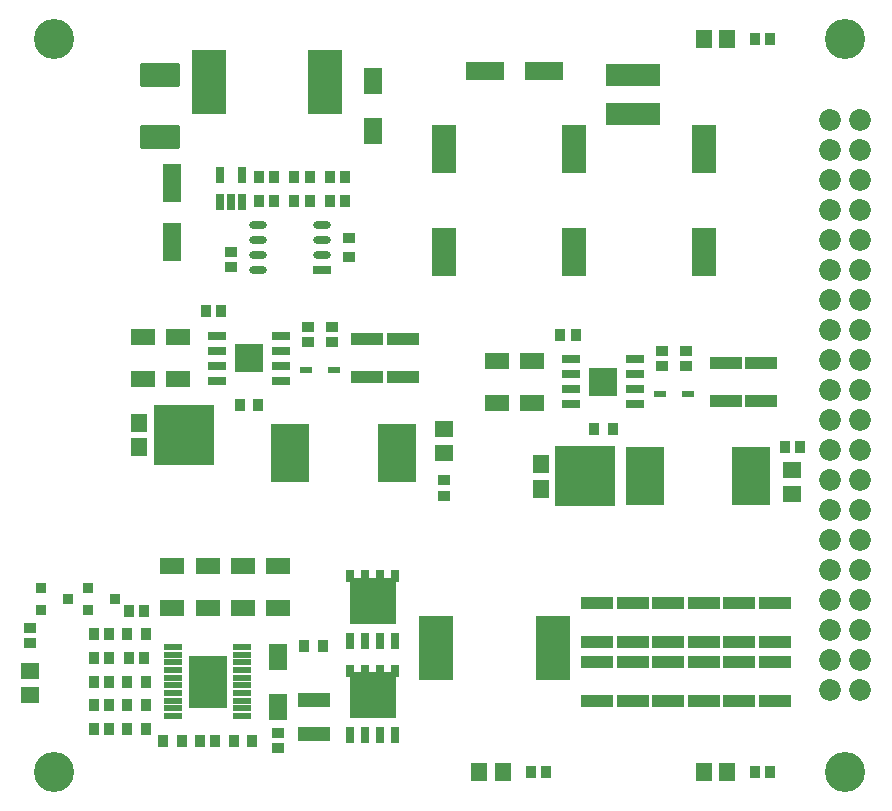
<source format=gts>
G04*
G04 #@! TF.GenerationSoftware,Altium Limited,Altium Designer,24.6.1 (21)*
G04*
G04 Layer_Color=8388736*
%FSLAX44Y44*%
%MOMM*%
G71*
G04*
G04 #@! TF.SameCoordinates,FB7BF447-59A1-4C30-B96A-EE808B7AA342*
G04*
G04*
G04 #@! TF.FilePolarity,Negative*
G04*
G01*
G75*
%ADD19R,3.1750X4.9530*%
%ADD46R,1.5500X2.1700*%
%ADD47R,5.0500X5.0500*%
%ADD48R,1.4500X1.6500*%
%ADD49R,1.0900X0.5100*%
%ADD50R,0.8500X1.0000*%
%ADD51R,2.8500X5.4500*%
%ADD52R,2.9500X5.4500*%
%ADD53O,1.5000X0.6500*%
%ADD54R,1.5000X0.6500*%
%ADD55R,3.2000X4.4000*%
%ADD56R,1.5000X0.5000*%
%ADD57R,0.9500X1.1000*%
%ADD58R,1.0000X0.8500*%
%ADD59R,1.5500X1.4500*%
%ADD60R,2.0500X4.1500*%
%ADD61R,0.8120X0.8120*%
%ADD62R,0.6400X1.3700*%
%ADD63R,2.8200X1.1500*%
%ADD64R,3.9600X3.8600*%
%ADD65R,0.6600X1.3200*%
%ADD66R,0.6600X0.7600*%
%ADD67R,0.6600X1.0700*%
%ADD68R,1.4500X1.5500*%
%ADD69R,2.7562X1.0042*%
%ADD70R,2.0500X1.4500*%
%ADD71R,1.6000X0.6500*%
%ADD72R,2.3500X2.3500*%
%ADD73R,4.5500X1.8500*%
%ADD74R,3.2500X1.6500*%
%ADD75R,1.6500X3.2500*%
G04:AMPARAMS|DCode=76|XSize=1.95mm|YSize=3.42mm|CornerRadius=0.0915mm|HoleSize=0mm|Usage=FLASHONLY|Rotation=270.000|XOffset=0mm|YOffset=0mm|HoleType=Round|Shape=RoundedRectangle|*
%AMROUNDEDRECTD76*
21,1,1.9500,3.2370,0,0,270.0*
21,1,1.7670,3.4200,0,0,270.0*
1,1,0.1830,-1.6185,-0.8835*
1,1,0.1830,-1.6185,0.8835*
1,1,0.1830,1.6185,0.8835*
1,1,0.1830,1.6185,-0.8835*
%
%ADD76ROUNDEDRECTD76*%
%ADD77R,1.1000X0.9500*%
%ADD78C,1.8500*%
%ADD79C,3.4000*%
D19*
X540000Y290000D02*
D03*
X630170D02*
D03*
X240000Y310000D02*
D03*
X330170D02*
D03*
D46*
X310000Y582350D02*
D03*
Y624650D02*
D03*
X230000Y137400D02*
D03*
Y95100D02*
D03*
D47*
X489750Y290000D02*
D03*
X149750Y325000D02*
D03*
D48*
X452250Y300500D02*
D03*
Y279500D02*
D03*
X112250Y335500D02*
D03*
Y314500D02*
D03*
D49*
X553185Y360000D02*
D03*
X576985D02*
D03*
X253185Y380000D02*
D03*
X276985D02*
D03*
D50*
X226500Y543500D02*
D03*
X213500D02*
D03*
X286500D02*
D03*
X273500D02*
D03*
X456500Y40000D02*
D03*
X443500D02*
D03*
X646500Y660000D02*
D03*
X633500D02*
D03*
X646500Y40000D02*
D03*
X633500D02*
D03*
X86500Y116250D02*
D03*
X73500D02*
D03*
X86500Y76250D02*
D03*
X73500D02*
D03*
X116500Y136250D02*
D03*
X103500D02*
D03*
X86500D02*
D03*
X73500D02*
D03*
X116500Y176250D02*
D03*
X103500D02*
D03*
X86500Y156250D02*
D03*
X73500D02*
D03*
X213500Y523500D02*
D03*
X226500D02*
D03*
X243500Y543500D02*
D03*
X256500D02*
D03*
X243500Y523500D02*
D03*
X256500D02*
D03*
X286500D02*
D03*
X273500D02*
D03*
X86500Y96250D02*
D03*
X73500D02*
D03*
X176500Y66250D02*
D03*
X163500D02*
D03*
X168585Y430000D02*
D03*
X181585D02*
D03*
X671500Y315000D02*
D03*
X658500D02*
D03*
X481585Y410000D02*
D03*
X468585D02*
D03*
D51*
X269000Y623500D02*
D03*
X171000D02*
D03*
D52*
X462040Y144980D02*
D03*
X363040D02*
D03*
D53*
X212750Y502550D02*
D03*
Y489850D02*
D03*
Y477150D02*
D03*
Y464450D02*
D03*
X267250Y502550D02*
D03*
Y489850D02*
D03*
Y477150D02*
D03*
D54*
Y464450D02*
D03*
D55*
X170000Y116250D02*
D03*
D56*
X199250Y145500D02*
D03*
Y139000D02*
D03*
Y132500D02*
D03*
Y126000D02*
D03*
Y119500D02*
D03*
Y113000D02*
D03*
Y106500D02*
D03*
Y100000D02*
D03*
Y93500D02*
D03*
Y87000D02*
D03*
X140750D02*
D03*
Y93500D02*
D03*
Y100000D02*
D03*
Y106500D02*
D03*
Y113000D02*
D03*
Y119500D02*
D03*
Y126000D02*
D03*
Y132500D02*
D03*
Y139000D02*
D03*
Y145500D02*
D03*
D57*
X513085Y330000D02*
D03*
X497085D02*
D03*
X213085Y350000D02*
D03*
X197085D02*
D03*
X268000Y146250D02*
D03*
X252000D02*
D03*
X208000Y66250D02*
D03*
X192000D02*
D03*
X118000Y156250D02*
D03*
X102000D02*
D03*
X118000Y116250D02*
D03*
X102000D02*
D03*
X148000Y66250D02*
D03*
X132000D02*
D03*
X118000Y96250D02*
D03*
X102000D02*
D03*
X118000Y76250D02*
D03*
X102000D02*
D03*
D58*
X20000Y161500D02*
D03*
Y148500D02*
D03*
X190000Y480000D02*
D03*
Y467000D02*
D03*
X230000Y72750D02*
D03*
Y59750D02*
D03*
X275085Y403500D02*
D03*
Y416500D02*
D03*
X255085Y416500D02*
D03*
Y403500D02*
D03*
X370000Y286500D02*
D03*
Y273500D02*
D03*
X575085Y396500D02*
D03*
Y383500D02*
D03*
X555085Y383500D02*
D03*
Y396500D02*
D03*
D59*
X20000Y105000D02*
D03*
Y125000D02*
D03*
X370000Y310000D02*
D03*
Y330000D02*
D03*
X665000Y295000D02*
D03*
Y275000D02*
D03*
D60*
X370000Y567000D02*
D03*
Y480000D02*
D03*
X590000D02*
D03*
Y567000D02*
D03*
X480000Y480000D02*
D03*
Y567000D02*
D03*
D61*
X51610Y186225D02*
D03*
X28750Y195750D02*
D03*
Y176700D02*
D03*
X68750D02*
D03*
Y195750D02*
D03*
X91610Y186225D02*
D03*
D62*
X180500Y544950D02*
D03*
X199500D02*
D03*
Y522050D02*
D03*
X190000D02*
D03*
X180500D02*
D03*
D63*
X260000Y72120D02*
D03*
Y100380D02*
D03*
D64*
X310000Y104550D02*
D03*
Y184550D02*
D03*
D65*
X290950Y70820D02*
D03*
X303650D02*
D03*
X316350D02*
D03*
X329050D02*
D03*
Y150820D02*
D03*
X316350D02*
D03*
X303650D02*
D03*
X290950D02*
D03*
D66*
X316350Y127020D02*
D03*
X303650D02*
D03*
Y207020D02*
D03*
X316350D02*
D03*
D67*
X329050Y125460D02*
D03*
X290950D02*
D03*
Y205460D02*
D03*
X329050D02*
D03*
D68*
X610000Y40000D02*
D03*
X590000D02*
D03*
X610000Y660000D02*
D03*
X590000D02*
D03*
X400000Y40000D02*
D03*
X420000D02*
D03*
D69*
X650000Y132500D02*
D03*
Y100000D02*
D03*
X620000Y132500D02*
D03*
Y100000D02*
D03*
X590000Y132500D02*
D03*
Y100000D02*
D03*
X560000Y132500D02*
D03*
Y100000D02*
D03*
X530000Y132500D02*
D03*
Y100000D02*
D03*
X500000Y132500D02*
D03*
Y100000D02*
D03*
Y150000D02*
D03*
Y182500D02*
D03*
X530000Y150000D02*
D03*
Y182500D02*
D03*
X560000Y150000D02*
D03*
Y182500D02*
D03*
X590000Y150000D02*
D03*
Y182500D02*
D03*
X620000Y150000D02*
D03*
Y182500D02*
D03*
X650000Y150000D02*
D03*
Y182500D02*
D03*
X305085Y406250D02*
D03*
Y373750D02*
D03*
X335085Y406250D02*
D03*
Y373750D02*
D03*
X638935Y386040D02*
D03*
Y353540D02*
D03*
X608935Y386040D02*
D03*
Y353540D02*
D03*
D70*
X115085Y408000D02*
D03*
Y372000D02*
D03*
X145085Y408000D02*
D03*
Y372000D02*
D03*
X445085Y388000D02*
D03*
Y352000D02*
D03*
X415085Y388000D02*
D03*
Y352000D02*
D03*
X230000Y178250D02*
D03*
Y214250D02*
D03*
X200000Y178250D02*
D03*
Y214250D02*
D03*
X170000Y178250D02*
D03*
Y214250D02*
D03*
X140000Y178250D02*
D03*
Y214250D02*
D03*
D71*
X232085Y370950D02*
D03*
Y383650D02*
D03*
Y396350D02*
D03*
Y409050D02*
D03*
X178085D02*
D03*
Y396350D02*
D03*
Y383650D02*
D03*
Y370950D02*
D03*
X478085Y350950D02*
D03*
Y363650D02*
D03*
Y376350D02*
D03*
Y389050D02*
D03*
X532085D02*
D03*
Y376350D02*
D03*
Y363650D02*
D03*
Y350950D02*
D03*
D72*
X205085Y390000D02*
D03*
X505085Y370000D02*
D03*
D73*
X530000Y597000D02*
D03*
Y630000D02*
D03*
D74*
X455000Y633500D02*
D03*
X405000D02*
D03*
D75*
X140000Y538500D02*
D03*
Y488500D02*
D03*
D76*
X130000Y576900D02*
D03*
Y630100D02*
D03*
D77*
X290000Y475500D02*
D03*
Y491500D02*
D03*
D78*
X697300Y591300D02*
D03*
X722700D02*
D03*
X697300Y565900D02*
D03*
X722700D02*
D03*
X697300Y540500D02*
D03*
X722700D02*
D03*
X697300Y515100D02*
D03*
X722700D02*
D03*
X697300Y489700D02*
D03*
X722700D02*
D03*
X697300Y464300D02*
D03*
X722700D02*
D03*
X697300Y438900D02*
D03*
X722700D02*
D03*
X697300Y413500D02*
D03*
X722700D02*
D03*
X697300Y388100D02*
D03*
X722700D02*
D03*
X697300Y362700D02*
D03*
X722700D02*
D03*
X697300Y337300D02*
D03*
X722700D02*
D03*
X697300Y311900D02*
D03*
X722700D02*
D03*
X697300Y286500D02*
D03*
X722700D02*
D03*
X697300Y261100D02*
D03*
X722700D02*
D03*
X697300Y235700D02*
D03*
X722700D02*
D03*
X697300Y210300D02*
D03*
X722700D02*
D03*
X697300Y184900D02*
D03*
X722700D02*
D03*
X697300Y159500D02*
D03*
X722700D02*
D03*
X697300Y134100D02*
D03*
X722700D02*
D03*
X697300Y108700D02*
D03*
X722700D02*
D03*
D79*
X710000Y660000D02*
D03*
Y40000D02*
D03*
X40000D02*
D03*
Y660000D02*
D03*
M02*

</source>
